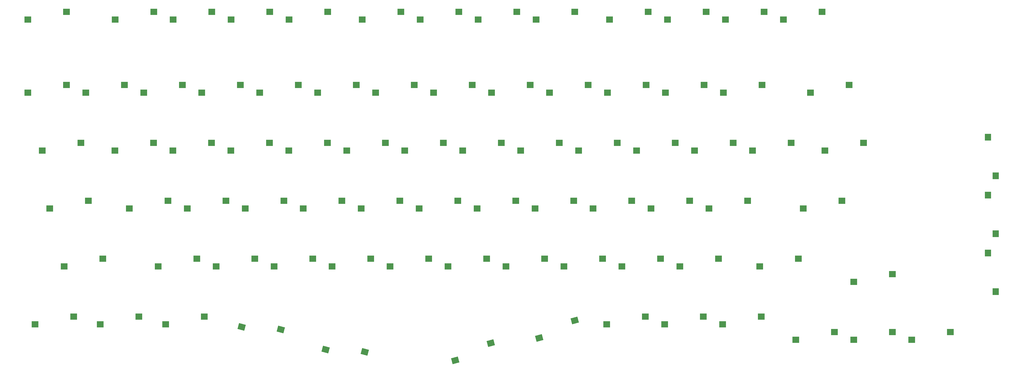
<source format=gbr>
%TF.GenerationSoftware,KiCad,Pcbnew,(6.0.1)*%
%TF.CreationDate,2022-02-07T12:22:45+01:00*%
%TF.ProjectId,middle,6d696464-6c65-42e6-9b69-6361645f7063,rev?*%
%TF.SameCoordinates,Original*%
%TF.FileFunction,Paste,Bot*%
%TF.FilePolarity,Positive*%
%FSLAX46Y46*%
G04 Gerber Fmt 4.6, Leading zero omitted, Abs format (unit mm)*
G04 Created by KiCad (PCBNEW (6.0.1)) date 2022-02-07 12:22:45*
%MOMM*%
%LPD*%
G01*
G04 APERTURE LIST*
G04 Aperture macros list*
%AMRotRect*
0 Rectangle, with rotation*
0 The origin of the aperture is its center*
0 $1 length*
0 $2 width*
0 $3 Rotation angle, in degrees counterclockwise*
0 Add horizontal line*
21,1,$1,$2,0,0,$3*%
G04 Aperture macros list end*
%ADD10R,2.300000X2.000000*%
%ADD11RotRect,2.300000X2.000000X165.000000*%
%ADD12RotRect,2.300000X2.000000X195.000000*%
%ADD13R,2.000000X2.300000*%
G04 APERTURE END LIST*
D10*
%TO.C,KA0*%
X59415000Y-92083999D03*
X72115000Y-89543999D03*
%TD*%
%TO.C,KA1*%
X88065000Y-92083999D03*
X100765000Y-89543999D03*
%TD*%
%TO.C,KA2*%
X107114999Y-92083999D03*
X119814999Y-89543999D03*
%TD*%
%TO.C,KA3*%
X126165000Y-92083999D03*
X138865000Y-89543999D03*
%TD*%
%TO.C,KA4*%
X145215000Y-92083999D03*
X157915000Y-89543999D03*
%TD*%
%TO.C,KA5*%
X169315000Y-92083999D03*
X182015000Y-89543999D03*
%TD*%
%TO.C,KA6*%
X188365000Y-92083999D03*
X201065000Y-89543999D03*
%TD*%
%TO.C,KA7*%
X207415000Y-92083999D03*
X220115000Y-89543999D03*
%TD*%
%TO.C,KA8*%
X226464999Y-92083999D03*
X239164999Y-89543999D03*
%TD*%
%TO.C,KA9*%
X250564999Y-92083999D03*
X263264999Y-89543999D03*
%TD*%
%TO.C,KA10*%
X269614999Y-92083999D03*
X282314999Y-89543999D03*
%TD*%
%TO.C,KA11*%
X288664999Y-92083999D03*
X301364999Y-89543999D03*
%TD*%
%TO.C,KA12*%
X307714999Y-92083999D03*
X320414999Y-89543999D03*
%TD*%
%TO.C,KB0*%
X59415000Y-116183999D03*
X72115000Y-113643999D03*
%TD*%
%TO.C,KB1*%
X78464999Y-116183999D03*
X91164999Y-113643999D03*
%TD*%
%TO.C,KB2*%
X97514999Y-116183999D03*
X110214999Y-113643999D03*
%TD*%
%TO.C,KB3*%
X116565000Y-116183999D03*
X129265000Y-113643999D03*
%TD*%
%TO.C,KB4*%
X135615000Y-116183999D03*
X148315000Y-113643999D03*
%TD*%
%TO.C,KB5*%
X154665000Y-116183999D03*
X167365000Y-113643999D03*
%TD*%
%TO.C,KB6*%
X173715000Y-116183999D03*
X186415000Y-113643999D03*
%TD*%
%TO.C,KB7*%
X192765000Y-116183999D03*
X205465000Y-113643999D03*
%TD*%
%TO.C,KB9*%
X230865000Y-116183999D03*
X243565000Y-113643999D03*
%TD*%
%TO.C,KB10*%
X249915000Y-116183999D03*
X262615000Y-113643999D03*
%TD*%
%TO.C,KB11*%
X268964999Y-116183999D03*
X281664999Y-113643999D03*
%TD*%
%TO.C,KB12*%
X288014999Y-116183999D03*
X300714999Y-113643999D03*
%TD*%
%TO.C,KC1*%
X87990000Y-135233999D03*
X100690000Y-132693999D03*
%TD*%
%TO.C,KC2*%
X107040000Y-135233999D03*
X119740000Y-132693999D03*
%TD*%
%TO.C,KC3*%
X126090000Y-135233999D03*
X138790000Y-132693999D03*
%TD*%
%TO.C,KC4*%
X145140000Y-135233999D03*
X157840000Y-132693999D03*
%TD*%
%TO.C,KC5*%
X164190000Y-135233999D03*
X176890000Y-132693999D03*
%TD*%
%TO.C,KC6*%
X183240000Y-135233999D03*
X195940000Y-132693999D03*
%TD*%
%TO.C,KC7*%
X202290000Y-135233999D03*
X214990000Y-132693999D03*
%TD*%
%TO.C,KC8*%
X221340000Y-135233999D03*
X234040000Y-132693999D03*
%TD*%
%TO.C,KC9*%
X240390000Y-135233999D03*
X253090000Y-132693999D03*
%TD*%
%TO.C,KC10*%
X259439999Y-135233999D03*
X272139999Y-132693999D03*
%TD*%
%TO.C,KC11*%
X278489999Y-135233999D03*
X291189999Y-132693999D03*
%TD*%
%TO.C,KD1*%
X92752500Y-154284000D03*
X105452500Y-151744000D03*
%TD*%
%TO.C,KD2*%
X111802500Y-154284000D03*
X124502500Y-151744000D03*
%TD*%
%TO.C,KD3*%
X130852500Y-154284000D03*
X143552500Y-151744000D03*
%TD*%
%TO.C,KD4*%
X149902500Y-154284000D03*
X162602500Y-151744000D03*
%TD*%
%TO.C,KD5*%
X168952500Y-154284000D03*
X181652500Y-151744000D03*
%TD*%
%TO.C,KD6*%
X188002500Y-154284000D03*
X200702500Y-151744000D03*
%TD*%
%TO.C,KD7*%
X207052500Y-154284000D03*
X219752500Y-151744000D03*
%TD*%
%TO.C,KD8*%
X226102500Y-154284000D03*
X238802500Y-151744000D03*
%TD*%
%TO.C,KD9*%
X245152500Y-154284000D03*
X257852500Y-151744000D03*
%TD*%
%TO.C,KD10*%
X264202499Y-154284000D03*
X276902499Y-151744000D03*
%TD*%
%TO.C,KD11*%
X283252499Y-154284000D03*
X295952499Y-151744000D03*
%TD*%
%TO.C,KE1*%
X102277500Y-173334000D03*
X114977500Y-170794000D03*
%TD*%
%TO.C,KE2*%
X121327500Y-173334000D03*
X134027500Y-170794000D03*
%TD*%
%TO.C,KE3*%
X140377500Y-173334000D03*
X153077500Y-170794000D03*
%TD*%
%TO.C,KE4*%
X159427500Y-173334000D03*
X172127500Y-170794000D03*
%TD*%
%TO.C,KE5*%
X178477500Y-173334000D03*
X191177500Y-170794000D03*
%TD*%
%TO.C,KE6*%
X197527500Y-173334000D03*
X210227500Y-170794000D03*
%TD*%
%TO.C,KE7*%
X216577500Y-173334000D03*
X229277500Y-170794000D03*
%TD*%
%TO.C,KE8*%
X235627500Y-173334000D03*
X248327500Y-170794000D03*
%TD*%
%TO.C,KE9*%
X254677499Y-173334000D03*
X267377499Y-170794000D03*
%TD*%
%TO.C,KE10*%
X273727499Y-173334000D03*
X286427499Y-170794000D03*
%TD*%
%TO.C,KF1*%
X83227500Y-192384000D03*
X95927500Y-189844000D03*
%TD*%
D11*
%TO.C,KF3*%
X129638236Y-193210430D03*
X142562895Y-194043980D03*
%TD*%
D12*
%TO.C,KF6*%
X227506302Y-196833897D03*
X239116160Y-191093443D03*
%TD*%
D10*
%TO.C,KF8*%
X268677500Y-192384000D03*
X281377500Y-189844000D03*
%TD*%
%TO.C,KB13*%
X316589999Y-116183999D03*
X329289999Y-113643999D03*
%TD*%
%TO.C,KC0*%
X64177500Y-135233999D03*
X76877500Y-132693999D03*
%TD*%
%TO.C,KD0*%
X66558750Y-154283999D03*
X79258750Y-151743999D03*
%TD*%
%TO.C,KE0*%
X71321250Y-173333999D03*
X84021250Y-170793999D03*
%TD*%
%TO.C,KF0*%
X61796250Y-192384000D03*
X74496250Y-189844000D03*
%TD*%
%TO.C,KF2*%
X104658749Y-192384000D03*
X117358749Y-189844000D03*
%TD*%
D11*
%TO.C,KF4*%
X157239566Y-200606184D03*
X170164224Y-201439735D03*
%TD*%
D12*
%TO.C,KF5*%
X199904971Y-204229651D03*
X211514829Y-198489198D03*
%TD*%
D10*
%TO.C,KC12*%
X297539999Y-135233999D03*
X310239999Y-132693999D03*
%TD*%
%TO.C,KC13*%
X321352499Y-135233999D03*
X334052499Y-132693999D03*
%TD*%
%TO.C,KB8*%
X211815000Y-116183999D03*
X224515000Y-113643999D03*
%TD*%
%TO.C,KD12*%
X314208749Y-154283999D03*
X326908749Y-151743999D03*
%TD*%
%TO.C,KE11*%
X299921249Y-173334000D03*
X312621249Y-170794000D03*
%TD*%
%TO.C,KF7*%
X249627499Y-192384000D03*
X262327499Y-189844000D03*
%TD*%
%TO.C,KF9*%
X287727500Y-192384000D03*
X300427500Y-189844000D03*
%TD*%
%TO.C,KF12*%
X349927499Y-197433999D03*
X362627499Y-194893999D03*
%TD*%
%TO.C,KF11*%
X330877500Y-197433999D03*
X343577500Y-194893999D03*
%TD*%
%TO.C,KF10*%
X311827500Y-197433999D03*
X324527500Y-194893999D03*
%TD*%
%TO.C,KE12*%
X330877499Y-178383999D03*
X343577499Y-175843999D03*
%TD*%
D13*
%TO.C,KD13*%
X374944999Y-130813999D03*
X377484999Y-143513999D03*
%TD*%
%TO.C,KE13*%
X374944999Y-149864000D03*
X377484999Y-162564000D03*
%TD*%
%TO.C,KF13*%
X374944999Y-168914000D03*
X377484999Y-181614000D03*
%TD*%
M02*

</source>
